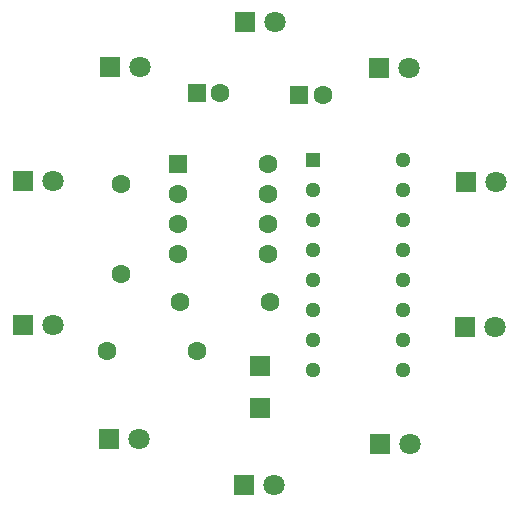
<source format=gbr>
%TF.GenerationSoftware,KiCad,Pcbnew,9.0.6*%
%TF.CreationDate,2026-01-03T20:02:15-08:00*%
%TF.ProjectId,Chaser,43686173-6572-42e6-9b69-6361645f7063,rev?*%
%TF.SameCoordinates,Original*%
%TF.FileFunction,Soldermask,Bot*%
%TF.FilePolarity,Negative*%
%FSLAX46Y46*%
G04 Gerber Fmt 4.6, Leading zero omitted, Abs format (unit mm)*
G04 Created by KiCad (PCBNEW 9.0.6) date 2026-01-03 20:02:15*
%MOMM*%
%LPD*%
G01*
G04 APERTURE LIST*
G04 Aperture macros list*
%AMRoundRect*
0 Rectangle with rounded corners*
0 $1 Rounding radius*
0 $2 $3 $4 $5 $6 $7 $8 $9 X,Y pos of 4 corners*
0 Add a 4 corners polygon primitive as box body*
4,1,4,$2,$3,$4,$5,$6,$7,$8,$9,$2,$3,0*
0 Add four circle primitives for the rounded corners*
1,1,$1+$1,$2,$3*
1,1,$1+$1,$4,$5*
1,1,$1+$1,$6,$7*
1,1,$1+$1,$8,$9*
0 Add four rect primitives between the rounded corners*
20,1,$1+$1,$2,$3,$4,$5,0*
20,1,$1+$1,$4,$5,$6,$7,0*
20,1,$1+$1,$6,$7,$8,$9,0*
20,1,$1+$1,$8,$9,$2,$3,0*%
G04 Aperture macros list end*
%ADD10R,1.800000X1.800000*%
%ADD11C,1.800000*%
%ADD12C,1.600000*%
%ADD13R,1.700000X1.700000*%
%ADD14RoundRect,0.250000X-0.550000X-0.550000X0.550000X-0.550000X0.550000X0.550000X-0.550000X0.550000X0*%
%ADD15R,1.295400X1.295400*%
%ADD16C,1.295400*%
G04 APERTURE END LIST*
D10*
%TO.C,D4*%
X231560000Y-58900000D03*
D11*
X234100000Y-58900000D03*
%TD*%
D10*
%TO.C,D10*%
X201530000Y-36900000D03*
D11*
X204070000Y-36900000D03*
%TD*%
D10*
%TO.C,D3*%
X231630000Y-46600000D03*
D11*
X234170000Y-46600000D03*
%TD*%
D12*
%TO.C,R1*%
X207390000Y-56800000D03*
X215010000Y-56800000D03*
%TD*%
D10*
%TO.C,D5*%
X224330000Y-68800000D03*
D11*
X226870000Y-68800000D03*
%TD*%
D12*
%TO.C,RV1*%
X202400000Y-54410000D03*
X202400000Y-46790000D03*
%TD*%
D13*
%TO.C,H2*%
X214200000Y-65800000D03*
%TD*%
D10*
%TO.C,D9*%
X194160000Y-46500000D03*
D11*
X196700000Y-46500000D03*
%TD*%
D10*
%TO.C,D8*%
X194130000Y-58700000D03*
D11*
X196670000Y-58700000D03*
%TD*%
D12*
%TO.C,R2*%
X201210000Y-60960000D03*
X208830000Y-60960000D03*
%TD*%
D14*
%TO.C,C1*%
X217500000Y-39300000D03*
D12*
X219500000Y-39300000D03*
%TD*%
D13*
%TO.C,H1*%
X214200000Y-62200000D03*
%TD*%
D10*
%TO.C,D7*%
X201430000Y-68400000D03*
D11*
X203970000Y-68400000D03*
%TD*%
D15*
%TO.C,U2*%
X218680000Y-44740000D03*
D16*
X218680000Y-47280000D03*
X218680000Y-49820000D03*
X218680000Y-52360000D03*
X218680000Y-54900000D03*
X218680000Y-57440000D03*
X218680000Y-59980000D03*
X218680000Y-62520000D03*
X226300000Y-62520000D03*
X226300000Y-59980000D03*
X226300000Y-57440000D03*
X226300000Y-54900000D03*
X226300000Y-52360000D03*
X226300000Y-49820000D03*
X226300000Y-47280000D03*
X226300000Y-44740000D03*
%TD*%
D14*
%TO.C,C2*%
X208844888Y-39100000D03*
D12*
X210844888Y-39100000D03*
%TD*%
D14*
%TO.C,U1*%
X207280000Y-45060000D03*
D12*
X207280000Y-47600000D03*
X207280000Y-50140000D03*
X207280000Y-52680000D03*
X214900000Y-52680000D03*
X214900000Y-50140000D03*
X214900000Y-47600000D03*
X214900000Y-45060000D03*
%TD*%
D10*
%TO.C,D1*%
X212930000Y-33100000D03*
D11*
X215470000Y-33100000D03*
%TD*%
D10*
%TO.C,D2*%
X224260000Y-37000000D03*
D11*
X226800000Y-37000000D03*
%TD*%
D10*
%TO.C,D6*%
X212860000Y-72300000D03*
D11*
X215400000Y-72300000D03*
%TD*%
M02*

</source>
